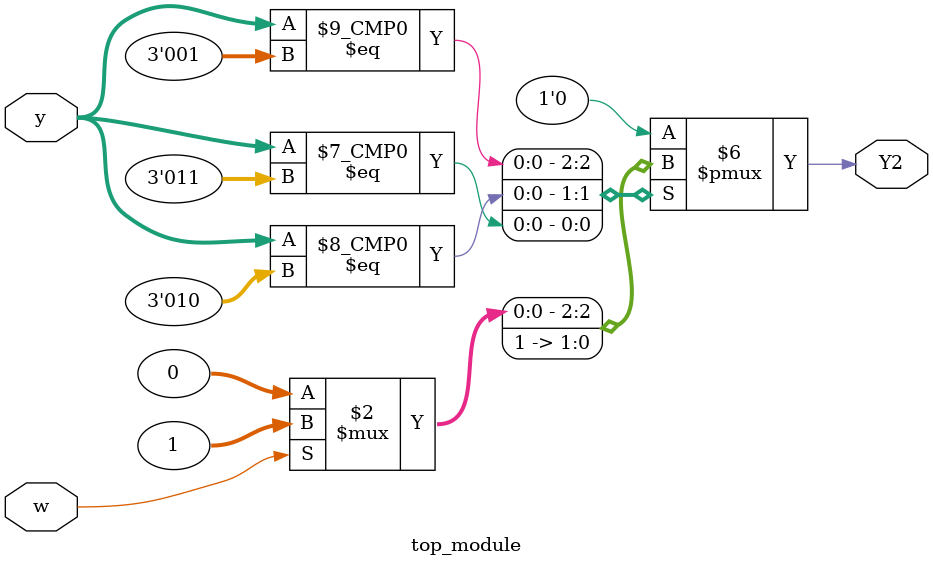
<source format=sv>
module top_module(
    input [3:1] y,
    input w,
    output reg Y2
);

    // Define state codes
    parameter A = 3'b000;
    parameter B = 3'b001;
    parameter C = 3'b010;
    parameter D = 3'b011;
    parameter E = 3'b100;
    parameter F = 3'b101;

    always @(*) begin
        case (y)
            A: Y2 = 0;
            B: Y2 = w ? 1 : 0;
            C: Y2 = 1;
            D: Y2 = 1;
            E: Y2 = 0;
            F: Y2 = 0;
            default: Y2 = 0;  // Default case to handle undefined states
        endcase
    end

endmodule

</source>
